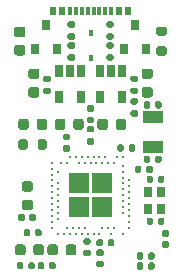
<source format=gtp>
%TF.GenerationSoftware,KiCad,Pcbnew,(5.1.9)-1*%
%TF.CreationDate,2021-01-04T01:20:58+08:00*%
%TF.ProjectId,akami,616b616d-692e-46b6-9963-61645f706362,rev?*%
%TF.SameCoordinates,Original*%
%TF.FileFunction,Paste,Top*%
%TF.FilePolarity,Positive*%
%FSLAX46Y46*%
G04 Gerber Fmt 4.6, Leading zero omitted, Abs format (unit mm)*
G04 Created by KiCad (PCBNEW (5.1.9)-1) date 2021-01-04 01:20:58*
%MOMM*%
%LPD*%
G01*
G04 APERTURE LIST*
%ADD10R,0.650000X1.060000*%
%ADD11R,0.800000X0.900000*%
%ADD12R,1.800000X1.000000*%
%ADD13R,0.300000X0.800000*%
%ADD14R,0.540000X0.800000*%
%ADD15R,1.700000X1.700000*%
%ADD16C,0.250000*%
%ADD17R,0.450000X0.600000*%
G04 APERTURE END LIST*
D10*
%TO.C,U2*%
X2700000Y5500000D03*
X1750000Y5500000D03*
X800000Y5500000D03*
X800000Y3300000D03*
X2700000Y3300000D03*
%TD*%
%TO.C,U3*%
X-800000Y5500000D03*
X-1750000Y5500000D03*
X-2700000Y5500000D03*
X-2700000Y3300000D03*
X-800000Y3300000D03*
%TD*%
D11*
%TO.C,Q1*%
X2800000Y7400000D03*
X4700000Y7400000D03*
X3750000Y9400000D03*
%TD*%
%TO.C,Q2*%
X-4700000Y7400000D03*
X-2800000Y7400000D03*
X-3750000Y9400000D03*
%TD*%
D12*
%TO.C,Y2*%
X5250000Y1600000D03*
X5250000Y-900000D03*
%TD*%
%TO.C,R2*%
G36*
G01*
X-6125000Y-975000D02*
X-6125000Y-425000D01*
G75*
G02*
X-5925000Y-225000I200000J0D01*
G01*
X-5525000Y-225000D01*
G75*
G02*
X-5325000Y-425000I0J-200000D01*
G01*
X-5325000Y-975000D01*
G75*
G02*
X-5525000Y-1175000I-200000J0D01*
G01*
X-5925000Y-1175000D01*
G75*
G02*
X-6125000Y-975000I0J200000D01*
G01*
G37*
G36*
G01*
X-4475000Y-975000D02*
X-4475000Y-425000D01*
G75*
G02*
X-4275000Y-225000I200000J0D01*
G01*
X-3875000Y-225000D01*
G75*
G02*
X-3675000Y-425000I0J-200000D01*
G01*
X-3675000Y-975000D01*
G75*
G02*
X-3875000Y-1175000I-200000J0D01*
G01*
X-4275000Y-1175000D01*
G75*
G02*
X-4475000Y-975000I0J200000D01*
G01*
G37*
%TD*%
%TO.C,R11*%
G36*
G01*
X5725000Y9275000D02*
X6275000Y9275000D01*
G75*
G02*
X6475000Y9075000I0J-200000D01*
G01*
X6475000Y8675000D01*
G75*
G02*
X6275000Y8475000I-200000J0D01*
G01*
X5725000Y8475000D01*
G75*
G02*
X5525000Y8675000I0J200000D01*
G01*
X5525000Y9075000D01*
G75*
G02*
X5725000Y9275000I200000J0D01*
G01*
G37*
G36*
G01*
X5725000Y7625000D02*
X6275000Y7625000D01*
G75*
G02*
X6475000Y7425000I0J-200000D01*
G01*
X6475000Y7025000D01*
G75*
G02*
X6275000Y6825000I-200000J0D01*
G01*
X5725000Y6825000D01*
G75*
G02*
X5525000Y7025000I0J200000D01*
G01*
X5525000Y7425000D01*
G75*
G02*
X5725000Y7625000I200000J0D01*
G01*
G37*
%TD*%
%TO.C,C16*%
G36*
G01*
X-3950000Y-9375000D02*
X-3950000Y-9875000D01*
G75*
G02*
X-4175000Y-10100000I-225000J0D01*
G01*
X-4625000Y-10100000D01*
G75*
G02*
X-4850000Y-9875000I0J225000D01*
G01*
X-4850000Y-9375000D01*
G75*
G02*
X-4625000Y-9150000I225000J0D01*
G01*
X-4175000Y-9150000D01*
G75*
G02*
X-3950000Y-9375000I0J-225000D01*
G01*
G37*
G36*
G01*
X-5500000Y-9375000D02*
X-5500000Y-9875000D01*
G75*
G02*
X-5725000Y-10100000I-225000J0D01*
G01*
X-6175000Y-10100000D01*
G75*
G02*
X-6400000Y-9875000I0J225000D01*
G01*
X-6400000Y-9375000D01*
G75*
G02*
X-6175000Y-9150000I225000J0D01*
G01*
X-5725000Y-9150000D01*
G75*
G02*
X-5500000Y-9375000I0J-225000D01*
G01*
G37*
%TD*%
%TO.C,C22*%
G36*
G01*
X3910000Y-10320000D02*
X3910000Y-9980000D01*
G75*
G02*
X4050000Y-9840000I140000J0D01*
G01*
X4330000Y-9840000D01*
G75*
G02*
X4470000Y-9980000I0J-140000D01*
G01*
X4470000Y-10320000D01*
G75*
G02*
X4330000Y-10460000I-140000J0D01*
G01*
X4050000Y-10460000D01*
G75*
G02*
X3910000Y-10320000I0J140000D01*
G01*
G37*
G36*
G01*
X4870000Y-10320000D02*
X4870000Y-9980000D01*
G75*
G02*
X5010000Y-9840000I140000J0D01*
G01*
X5290000Y-9840000D01*
G75*
G02*
X5430000Y-9980000I0J-140000D01*
G01*
X5430000Y-10320000D01*
G75*
G02*
X5290000Y-10460000I-140000J0D01*
G01*
X5010000Y-10460000D01*
G75*
G02*
X4870000Y-10320000I0J140000D01*
G01*
G37*
%TD*%
%TO.C,R4*%
G36*
G01*
X-185000Y855000D02*
X185000Y855000D01*
G75*
G02*
X320000Y720000I0J-135000D01*
G01*
X320000Y450000D01*
G75*
G02*
X185000Y315000I-135000J0D01*
G01*
X-185000Y315000D01*
G75*
G02*
X-320000Y450000I0J135000D01*
G01*
X-320000Y720000D01*
G75*
G02*
X-185000Y855000I135000J0D01*
G01*
G37*
G36*
G01*
X-185000Y-165000D02*
X185000Y-165000D01*
G75*
G02*
X320000Y-300000I0J-135000D01*
G01*
X320000Y-570000D01*
G75*
G02*
X185000Y-705000I-135000J0D01*
G01*
X-185000Y-705000D01*
G75*
G02*
X-320000Y-570000I0J135000D01*
G01*
X-320000Y-300000D01*
G75*
G02*
X-185000Y-165000I135000J0D01*
G01*
G37*
%TD*%
%TO.C,R3*%
G36*
G01*
X1455000Y7950000D02*
X1825000Y7950000D01*
G75*
G02*
X1960000Y7815000I0J-135000D01*
G01*
X1960000Y7545000D01*
G75*
G02*
X1825000Y7410000I-135000J0D01*
G01*
X1455000Y7410000D01*
G75*
G02*
X1320000Y7545000I0J135000D01*
G01*
X1320000Y7815000D01*
G75*
G02*
X1455000Y7950000I135000J0D01*
G01*
G37*
G36*
G01*
X1455000Y6930000D02*
X1825000Y6930000D01*
G75*
G02*
X1960000Y6795000I0J-135000D01*
G01*
X1960000Y6525000D01*
G75*
G02*
X1825000Y6390000I-135000J0D01*
G01*
X1455000Y6390000D01*
G75*
G02*
X1320000Y6525000I0J135000D01*
G01*
X1320000Y6795000D01*
G75*
G02*
X1455000Y6930000I135000J0D01*
G01*
G37*
%TD*%
%TO.C,R10*%
G36*
G01*
X-1825000Y9730000D02*
X-1455000Y9730000D01*
G75*
G02*
X-1320000Y9595000I0J-135000D01*
G01*
X-1320000Y9325000D01*
G75*
G02*
X-1455000Y9190000I-135000J0D01*
G01*
X-1825000Y9190000D01*
G75*
G02*
X-1960000Y9325000I0J135000D01*
G01*
X-1960000Y9595000D01*
G75*
G02*
X-1825000Y9730000I135000J0D01*
G01*
G37*
G36*
G01*
X-1825000Y8710000D02*
X-1455000Y8710000D01*
G75*
G02*
X-1320000Y8575000I0J-135000D01*
G01*
X-1320000Y8305000D01*
G75*
G02*
X-1455000Y8170000I-135000J0D01*
G01*
X-1825000Y8170000D01*
G75*
G02*
X-1960000Y8305000I0J135000D01*
G01*
X-1960000Y8575000D01*
G75*
G02*
X-1825000Y8710000I135000J0D01*
G01*
G37*
%TD*%
D11*
%TO.C,Y1*%
X5950000Y-6125000D03*
X5950000Y-4725000D03*
X4850000Y-4725000D03*
X4850000Y-6125000D03*
%TD*%
D13*
%TO.C,J1*%
X-1749700Y10573200D03*
X1250300Y10573200D03*
X250300Y10573200D03*
X-249700Y10573200D03*
X750300Y10573200D03*
X-749700Y10573200D03*
D14*
X-2399700Y10573200D03*
X2400300Y10573200D03*
X3200300Y10573200D03*
X-3199700Y10573200D03*
D13*
X-1249700Y10573200D03*
X1758300Y10573200D03*
%TD*%
D15*
%TO.C,U1*%
X-1000000Y-6000000D03*
X-1000000Y-4000000D03*
X1000000Y-6000000D03*
X1000000Y-4000000D03*
D16*
X2750000Y-8250000D03*
X2000000Y-7750000D03*
X3250000Y-3750000D03*
X2750000Y-2500000D03*
X-2750000Y-7000000D03*
X-3250000Y-7750000D03*
X-3250000Y-2250000D03*
X-2500000Y-2250000D03*
X-2000000Y-2250000D03*
X-1750000Y-1750000D03*
X-1250000Y-1750000D03*
X-750000Y-1750000D03*
X-250000Y-1750000D03*
X250000Y-1750000D03*
X750000Y-1750000D03*
X1250000Y-1750000D03*
X-1000000Y-2250000D03*
X-500000Y-2250000D03*
X0Y-2250000D03*
X500000Y-2250000D03*
X1000000Y-2250000D03*
X1500000Y-2250000D03*
X2250000Y-1750000D03*
X2000000Y-2250000D03*
X2750000Y-1750000D03*
X-3250000Y-2750000D03*
X-3250000Y-3250000D03*
X-3250000Y-3750000D03*
X-3250000Y-4250000D03*
X-3250000Y-4750000D03*
X-3250000Y-5250000D03*
X-3250000Y-5750000D03*
X-3250000Y-6250000D03*
X-3250000Y-6750000D03*
X-3250000Y-7250000D03*
X-2750000Y-6500000D03*
X-2750000Y-6000000D03*
X-2750000Y-5500000D03*
X-2750000Y-5000000D03*
X-2750000Y-4500000D03*
X-2750000Y-4000000D03*
X-2750000Y-3000000D03*
X2750000Y-3000000D03*
X2750000Y-3500000D03*
X2750000Y-4000000D03*
X2750000Y-4500000D03*
X2750000Y-5000000D03*
X2750000Y-5500000D03*
X2750000Y-6000000D03*
X2750000Y-6500000D03*
X3250000Y-4250000D03*
X3250000Y-4750000D03*
X3250000Y-5250000D03*
X3250000Y-5750000D03*
X3250000Y-6250000D03*
X3250000Y-6750000D03*
X3250000Y-7250000D03*
X3250000Y-7750000D03*
X1500000Y-7750000D03*
X1000000Y-7750000D03*
X-500000Y-7750000D03*
X-1000000Y-7750000D03*
X-1500000Y-7750000D03*
X-2000000Y-7750000D03*
X1750000Y-8250000D03*
X750000Y-8250000D03*
X250000Y-8250000D03*
X-250000Y-8250000D03*
X-750000Y-8250000D03*
X-1250000Y-8250000D03*
X-1750000Y-8250000D03*
X-2250000Y-8250000D03*
X-2750000Y-8250000D03*
%TD*%
%TO.C,R9*%
G36*
G01*
X1455000Y9730000D02*
X1825000Y9730000D01*
G75*
G02*
X1960000Y9595000I0J-135000D01*
G01*
X1960000Y9325000D01*
G75*
G02*
X1825000Y9190000I-135000J0D01*
G01*
X1455000Y9190000D01*
G75*
G02*
X1320000Y9325000I0J135000D01*
G01*
X1320000Y9595000D01*
G75*
G02*
X1455000Y9730000I135000J0D01*
G01*
G37*
G36*
G01*
X1455000Y8710000D02*
X1825000Y8710000D01*
G75*
G02*
X1960000Y8575000I0J-135000D01*
G01*
X1960000Y8305000D01*
G75*
G02*
X1825000Y8170000I-135000J0D01*
G01*
X1455000Y8170000D01*
G75*
G02*
X1320000Y8305000I0J135000D01*
G01*
X1320000Y8575000D01*
G75*
G02*
X1455000Y8710000I135000J0D01*
G01*
G37*
%TD*%
%TO.C,R8*%
G36*
G01*
X3515000Y5130000D02*
X3885000Y5130000D01*
G75*
G02*
X4020000Y4995000I0J-135000D01*
G01*
X4020000Y4725000D01*
G75*
G02*
X3885000Y4590000I-135000J0D01*
G01*
X3515000Y4590000D01*
G75*
G02*
X3380000Y4725000I0J135000D01*
G01*
X3380000Y4995000D01*
G75*
G02*
X3515000Y5130000I135000J0D01*
G01*
G37*
G36*
G01*
X3515000Y4110000D02*
X3885000Y4110000D01*
G75*
G02*
X4020000Y3975000I0J-135000D01*
G01*
X4020000Y3705000D01*
G75*
G02*
X3885000Y3570000I-135000J0D01*
G01*
X3515000Y3570000D01*
G75*
G02*
X3380000Y3705000I0J135000D01*
G01*
X3380000Y3975000D01*
G75*
G02*
X3515000Y4110000I135000J0D01*
G01*
G37*
%TD*%
%TO.C,R7*%
G36*
G01*
X3885000Y1660000D02*
X3515000Y1660000D01*
G75*
G02*
X3380000Y1795000I0J135000D01*
G01*
X3380000Y2065000D01*
G75*
G02*
X3515000Y2200000I135000J0D01*
G01*
X3885000Y2200000D01*
G75*
G02*
X4020000Y2065000I0J-135000D01*
G01*
X4020000Y1795000D01*
G75*
G02*
X3885000Y1660000I-135000J0D01*
G01*
G37*
G36*
G01*
X3885000Y2680000D02*
X3515000Y2680000D01*
G75*
G02*
X3380000Y2815000I0J135000D01*
G01*
X3380000Y3085000D01*
G75*
G02*
X3515000Y3220000I135000J0D01*
G01*
X3885000Y3220000D01*
G75*
G02*
X4020000Y3085000I0J-135000D01*
G01*
X4020000Y2815000D01*
G75*
G02*
X3885000Y2680000I-135000J0D01*
G01*
G37*
%TD*%
%TO.C,R6*%
G36*
G01*
X-1825000Y7950000D02*
X-1455000Y7950000D01*
G75*
G02*
X-1320000Y7815000I0J-135000D01*
G01*
X-1320000Y7545000D01*
G75*
G02*
X-1455000Y7410000I-135000J0D01*
G01*
X-1825000Y7410000D01*
G75*
G02*
X-1960000Y7545000I0J135000D01*
G01*
X-1960000Y7815000D01*
G75*
G02*
X-1825000Y7950000I135000J0D01*
G01*
G37*
G36*
G01*
X-1825000Y6930000D02*
X-1455000Y6930000D01*
G75*
G02*
X-1320000Y6795000I0J-135000D01*
G01*
X-1320000Y6525000D01*
G75*
G02*
X-1455000Y6390000I-135000J0D01*
G01*
X-1825000Y6390000D01*
G75*
G02*
X-1960000Y6525000I0J135000D01*
G01*
X-1960000Y6795000D01*
G75*
G02*
X-1825000Y6930000I135000J0D01*
G01*
G37*
%TD*%
%TO.C,R5*%
G36*
G01*
X-3885000Y5130000D02*
X-3515000Y5130000D01*
G75*
G02*
X-3380000Y4995000I0J-135000D01*
G01*
X-3380000Y4725000D01*
G75*
G02*
X-3515000Y4590000I-135000J0D01*
G01*
X-3885000Y4590000D01*
G75*
G02*
X-4020000Y4725000I0J135000D01*
G01*
X-4020000Y4995000D01*
G75*
G02*
X-3885000Y5130000I135000J0D01*
G01*
G37*
G36*
G01*
X-3885000Y4110000D02*
X-3515000Y4110000D01*
G75*
G02*
X-3380000Y3975000I0J-135000D01*
G01*
X-3380000Y3705000D01*
G75*
G02*
X-3515000Y3570000I-135000J0D01*
G01*
X-3885000Y3570000D01*
G75*
G02*
X-4020000Y3705000I0J135000D01*
G01*
X-4020000Y3975000D01*
G75*
G02*
X-3885000Y4110000I135000J0D01*
G01*
G37*
%TD*%
%TO.C,L3*%
G36*
G01*
X-5093750Y-6262500D02*
X-5606250Y-6262500D01*
G75*
G02*
X-5825000Y-6043750I0J218750D01*
G01*
X-5825000Y-5606250D01*
G75*
G02*
X-5606250Y-5387500I218750J0D01*
G01*
X-5093750Y-5387500D01*
G75*
G02*
X-4875000Y-5606250I0J-218750D01*
G01*
X-4875000Y-6043750D01*
G75*
G02*
X-5093750Y-6262500I-218750J0D01*
G01*
G37*
G36*
G01*
X-5093750Y-4687500D02*
X-5606250Y-4687500D01*
G75*
G02*
X-5825000Y-4468750I0J218750D01*
G01*
X-5825000Y-4031250D01*
G75*
G02*
X-5606250Y-3812500I218750J0D01*
G01*
X-5093750Y-3812500D01*
G75*
G02*
X-4875000Y-4031250I0J-218750D01*
G01*
X-4875000Y-4468750D01*
G75*
G02*
X-5093750Y-4687500I-218750J0D01*
G01*
G37*
%TD*%
%TO.C,L2*%
G36*
G01*
X-4605000Y-6702500D02*
X-4605000Y-7047500D01*
G75*
G02*
X-4752500Y-7195000I-147500J0D01*
G01*
X-5047500Y-7195000D01*
G75*
G02*
X-5195000Y-7047500I0J147500D01*
G01*
X-5195000Y-6702500D01*
G75*
G02*
X-5047500Y-6555000I147500J0D01*
G01*
X-4752500Y-6555000D01*
G75*
G02*
X-4605000Y-6702500I0J-147500D01*
G01*
G37*
G36*
G01*
X-5575000Y-6702500D02*
X-5575000Y-7047500D01*
G75*
G02*
X-5722500Y-7195000I-147500J0D01*
G01*
X-6017500Y-7195000D01*
G75*
G02*
X-6165000Y-7047500I0J147500D01*
G01*
X-6165000Y-6702500D01*
G75*
G02*
X-6017500Y-6555000I147500J0D01*
G01*
X-5722500Y-6555000D01*
G75*
G02*
X-5575000Y-6702500I0J-147500D01*
G01*
G37*
%TD*%
%TO.C,L1*%
G36*
G01*
X972500Y-11115000D02*
X627500Y-11115000D01*
G75*
G02*
X480000Y-10967500I0J147500D01*
G01*
X480000Y-10672500D01*
G75*
G02*
X627500Y-10525000I147500J0D01*
G01*
X972500Y-10525000D01*
G75*
G02*
X1120000Y-10672500I0J-147500D01*
G01*
X1120000Y-10967500D01*
G75*
G02*
X972500Y-11115000I-147500J0D01*
G01*
G37*
G36*
G01*
X972500Y-10145000D02*
X627500Y-10145000D01*
G75*
G02*
X480000Y-9997500I0J147500D01*
G01*
X480000Y-9702500D01*
G75*
G02*
X627500Y-9555000I147500J0D01*
G01*
X972500Y-9555000D01*
G75*
G02*
X1120000Y-9702500I0J-147500D01*
G01*
X1120000Y-9997500D01*
G75*
G02*
X972500Y-10145000I-147500J0D01*
G01*
G37*
%TD*%
%TO.C,D3*%
G36*
G01*
X5056250Y3275000D02*
X4543750Y3275000D01*
G75*
G02*
X4325000Y3493750I0J218750D01*
G01*
X4325000Y3931250D01*
G75*
G02*
X4543750Y4150000I218750J0D01*
G01*
X5056250Y4150000D01*
G75*
G02*
X5275000Y3931250I0J-218750D01*
G01*
X5275000Y3493750D01*
G75*
G02*
X5056250Y3275000I-218750J0D01*
G01*
G37*
G36*
G01*
X5056250Y4850000D02*
X4543750Y4850000D01*
G75*
G02*
X4325000Y5068750I0J218750D01*
G01*
X4325000Y5506250D01*
G75*
G02*
X4543750Y5725000I218750J0D01*
G01*
X5056250Y5725000D01*
G75*
G02*
X5275000Y5506250I0J-218750D01*
G01*
X5275000Y5068750D01*
G75*
G02*
X5056250Y4850000I-218750J0D01*
G01*
G37*
%TD*%
D17*
%TO.C,D2*%
X0Y8750000D03*
X0Y6650000D03*
%TD*%
%TO.C,D1*%
G36*
G01*
X-4543750Y3275000D02*
X-5056250Y3275000D01*
G75*
G02*
X-5275000Y3493750I0J218750D01*
G01*
X-5275000Y3931250D01*
G75*
G02*
X-5056250Y4150000I218750J0D01*
G01*
X-4543750Y4150000D01*
G75*
G02*
X-4325000Y3931250I0J-218750D01*
G01*
X-4325000Y3493750D01*
G75*
G02*
X-4543750Y3275000I-218750J0D01*
G01*
G37*
G36*
G01*
X-4543750Y4850000D02*
X-5056250Y4850000D01*
G75*
G02*
X-5275000Y5068750I0J218750D01*
G01*
X-5275000Y5506250D01*
G75*
G02*
X-5056250Y5725000I218750J0D01*
G01*
X-4543750Y5725000D01*
G75*
G02*
X-4325000Y5506250I0J-218750D01*
G01*
X-4325000Y5068750D01*
G75*
G02*
X-4543750Y4850000I-218750J0D01*
G01*
G37*
%TD*%
%TO.C,C21*%
G36*
G01*
X-3675000Y1250000D02*
X-3675000Y750000D01*
G75*
G02*
X-3900000Y525000I-225000J0D01*
G01*
X-4350000Y525000D01*
G75*
G02*
X-4575000Y750000I0J225000D01*
G01*
X-4575000Y1250000D01*
G75*
G02*
X-4350000Y1475000I225000J0D01*
G01*
X-3900000Y1475000D01*
G75*
G02*
X-3675000Y1250000I0J-225000D01*
G01*
G37*
G36*
G01*
X-5225000Y1250000D02*
X-5225000Y750000D01*
G75*
G02*
X-5450000Y525000I-225000J0D01*
G01*
X-5900000Y525000D01*
G75*
G02*
X-6125000Y750000I0J225000D01*
G01*
X-6125000Y1250000D01*
G75*
G02*
X-5900000Y1475000I225000J0D01*
G01*
X-5450000Y1475000D01*
G75*
G02*
X-5225000Y1250000I0J-225000D01*
G01*
G37*
%TD*%
%TO.C,C20*%
G36*
G01*
X2125000Y750000D02*
X2125000Y1250000D01*
G75*
G02*
X2350000Y1475000I225000J0D01*
G01*
X2800000Y1475000D01*
G75*
G02*
X3025000Y1250000I0J-225000D01*
G01*
X3025000Y750000D01*
G75*
G02*
X2800000Y525000I-225000J0D01*
G01*
X2350000Y525000D01*
G75*
G02*
X2125000Y750000I0J225000D01*
G01*
G37*
G36*
G01*
X575000Y750000D02*
X575000Y1250000D01*
G75*
G02*
X800000Y1475000I225000J0D01*
G01*
X1250000Y1475000D01*
G75*
G02*
X1475000Y1250000I0J-225000D01*
G01*
X1475000Y750000D01*
G75*
G02*
X1250000Y525000I-225000J0D01*
G01*
X800000Y525000D01*
G75*
G02*
X575000Y750000I0J225000D01*
G01*
G37*
%TD*%
%TO.C,C19*%
G36*
G01*
X-170000Y2610000D02*
X170000Y2610000D01*
G75*
G02*
X310000Y2470000I0J-140000D01*
G01*
X310000Y2190000D01*
G75*
G02*
X170000Y2050000I-140000J0D01*
G01*
X-170000Y2050000D01*
G75*
G02*
X-310000Y2190000I0J140000D01*
G01*
X-310000Y2470000D01*
G75*
G02*
X-170000Y2610000I140000J0D01*
G01*
G37*
G36*
G01*
X-170000Y1650000D02*
X170000Y1650000D01*
G75*
G02*
X310000Y1510000I0J-140000D01*
G01*
X310000Y1230000D01*
G75*
G02*
X170000Y1090000I-140000J0D01*
G01*
X-170000Y1090000D01*
G75*
G02*
X-310000Y1230000I0J140000D01*
G01*
X-310000Y1510000D01*
G75*
G02*
X-170000Y1650000I140000J0D01*
G01*
G37*
%TD*%
%TO.C,C18*%
G36*
G01*
X5055000Y2820000D02*
X5055000Y2480000D01*
G75*
G02*
X4915000Y2340000I-140000J0D01*
G01*
X4635000Y2340000D01*
G75*
G02*
X4495000Y2480000I0J140000D01*
G01*
X4495000Y2820000D01*
G75*
G02*
X4635000Y2960000I140000J0D01*
G01*
X4915000Y2960000D01*
G75*
G02*
X5055000Y2820000I0J-140000D01*
G01*
G37*
G36*
G01*
X6015000Y2820000D02*
X6015000Y2480000D01*
G75*
G02*
X5875000Y2340000I-140000J0D01*
G01*
X5595000Y2340000D01*
G75*
G02*
X5455000Y2480000I0J140000D01*
G01*
X5455000Y2820000D01*
G75*
G02*
X5595000Y2960000I140000J0D01*
G01*
X5875000Y2960000D01*
G75*
G02*
X6015000Y2820000I0J-140000D01*
G01*
G37*
%TD*%
%TO.C,C17*%
G36*
G01*
X6010000Y-1780000D02*
X6010000Y-2120000D01*
G75*
G02*
X5870000Y-2260000I-140000J0D01*
G01*
X5590000Y-2260000D01*
G75*
G02*
X5450000Y-2120000I0J140000D01*
G01*
X5450000Y-1780000D01*
G75*
G02*
X5590000Y-1640000I140000J0D01*
G01*
X5870000Y-1640000D01*
G75*
G02*
X6010000Y-1780000I0J-140000D01*
G01*
G37*
G36*
G01*
X5050000Y-1780000D02*
X5050000Y-2120000D01*
G75*
G02*
X4910000Y-2260000I-140000J0D01*
G01*
X4630000Y-2260000D01*
G75*
G02*
X4490000Y-2120000I0J140000D01*
G01*
X4490000Y-1780000D01*
G75*
G02*
X4630000Y-1640000I140000J0D01*
G01*
X4910000Y-1640000D01*
G75*
G02*
X5050000Y-1780000I0J-140000D01*
G01*
G37*
%TD*%
%TO.C,C15*%
G36*
G01*
X-4720000Y-10805000D02*
X-4720000Y-11145000D01*
G75*
G02*
X-4860000Y-11285000I-140000J0D01*
G01*
X-5140000Y-11285000D01*
G75*
G02*
X-5280000Y-11145000I0J140000D01*
G01*
X-5280000Y-10805000D01*
G75*
G02*
X-5140000Y-10665000I140000J0D01*
G01*
X-4860000Y-10665000D01*
G75*
G02*
X-4720000Y-10805000I0J-140000D01*
G01*
G37*
G36*
G01*
X-5680000Y-10805000D02*
X-5680000Y-11145000D01*
G75*
G02*
X-5820000Y-11285000I-140000J0D01*
G01*
X-6100000Y-11285000D01*
G75*
G02*
X-6240000Y-11145000I0J140000D01*
G01*
X-6240000Y-10805000D01*
G75*
G02*
X-6100000Y-10665000I140000J0D01*
G01*
X-5820000Y-10665000D01*
G75*
G02*
X-5680000Y-10805000I0J-140000D01*
G01*
G37*
%TD*%
%TO.C,C14*%
G36*
G01*
X-6250000Y9275000D02*
X-5750000Y9275000D01*
G75*
G02*
X-5525000Y9050000I0J-225000D01*
G01*
X-5525000Y8600000D01*
G75*
G02*
X-5750000Y8375000I-225000J0D01*
G01*
X-6250000Y8375000D01*
G75*
G02*
X-6475000Y8600000I0J225000D01*
G01*
X-6475000Y9050000D01*
G75*
G02*
X-6250000Y9275000I225000J0D01*
G01*
G37*
G36*
G01*
X-6250000Y7725000D02*
X-5750000Y7725000D01*
G75*
G02*
X-5525000Y7500000I0J-225000D01*
G01*
X-5525000Y7050000D01*
G75*
G02*
X-5750000Y6825000I-225000J0D01*
G01*
X-6250000Y6825000D01*
G75*
G02*
X-6475000Y7050000I0J225000D01*
G01*
X-6475000Y7500000D01*
G75*
G02*
X-6250000Y7725000I225000J0D01*
G01*
G37*
%TD*%
%TO.C,C13*%
G36*
G01*
X-3025000Y750000D02*
X-3025000Y1250000D01*
G75*
G02*
X-2800000Y1475000I225000J0D01*
G01*
X-2350000Y1475000D01*
G75*
G02*
X-2125000Y1250000I0J-225000D01*
G01*
X-2125000Y750000D01*
G75*
G02*
X-2350000Y525000I-225000J0D01*
G01*
X-2800000Y525000D01*
G75*
G02*
X-3025000Y750000I0J225000D01*
G01*
G37*
G36*
G01*
X-1475000Y750000D02*
X-1475000Y1250000D01*
G75*
G02*
X-1250000Y1475000I225000J0D01*
G01*
X-800000Y1475000D01*
G75*
G02*
X-575000Y1250000I0J-225000D01*
G01*
X-575000Y750000D01*
G75*
G02*
X-800000Y525000I-225000J0D01*
G01*
X-1250000Y525000D01*
G75*
G02*
X-1475000Y750000I0J225000D01*
G01*
G37*
%TD*%
%TO.C,C12*%
G36*
G01*
X-470000Y-8640000D02*
X-130000Y-8640000D01*
G75*
G02*
X10000Y-8780000I0J-140000D01*
G01*
X10000Y-9060000D01*
G75*
G02*
X-130000Y-9200000I-140000J0D01*
G01*
X-470000Y-9200000D01*
G75*
G02*
X-610000Y-9060000I0J140000D01*
G01*
X-610000Y-8780000D01*
G75*
G02*
X-470000Y-8640000I140000J0D01*
G01*
G37*
G36*
G01*
X-470000Y-9600000D02*
X-130000Y-9600000D01*
G75*
G02*
X10000Y-9740000I0J-140000D01*
G01*
X10000Y-10020000D01*
G75*
G02*
X-130000Y-10160000I-140000J0D01*
G01*
X-470000Y-10160000D01*
G75*
G02*
X-610000Y-10020000I0J140000D01*
G01*
X-610000Y-9740000D01*
G75*
G02*
X-470000Y-9600000I140000J0D01*
G01*
G37*
%TD*%
%TO.C,C11*%
G36*
G01*
X6170000Y-8910000D02*
X6510000Y-8910000D01*
G75*
G02*
X6650000Y-9050000I0J-140000D01*
G01*
X6650000Y-9330000D01*
G75*
G02*
X6510000Y-9470000I-140000J0D01*
G01*
X6170000Y-9470000D01*
G75*
G02*
X6030000Y-9330000I0J140000D01*
G01*
X6030000Y-9050000D01*
G75*
G02*
X6170000Y-8910000I140000J0D01*
G01*
G37*
G36*
G01*
X6170000Y-7950000D02*
X6510000Y-7950000D01*
G75*
G02*
X6650000Y-8090000I0J-140000D01*
G01*
X6650000Y-8370000D01*
G75*
G02*
X6510000Y-8510000I-140000J0D01*
G01*
X6170000Y-8510000D01*
G75*
G02*
X6030000Y-8370000I0J140000D01*
G01*
X6030000Y-8090000D01*
G75*
G02*
X6170000Y-7950000I140000J0D01*
G01*
G37*
%TD*%
%TO.C,C10*%
G36*
G01*
X2260000Y-1170000D02*
X2260000Y-830000D01*
G75*
G02*
X2400000Y-690000I140000J0D01*
G01*
X2680000Y-690000D01*
G75*
G02*
X2820000Y-830000I0J-140000D01*
G01*
X2820000Y-1170000D01*
G75*
G02*
X2680000Y-1310000I-140000J0D01*
G01*
X2400000Y-1310000D01*
G75*
G02*
X2260000Y-1170000I0J140000D01*
G01*
G37*
G36*
G01*
X3220000Y-1170000D02*
X3220000Y-830000D01*
G75*
G02*
X3360000Y-690000I140000J0D01*
G01*
X3640000Y-690000D01*
G75*
G02*
X3780000Y-830000I0J-140000D01*
G01*
X3780000Y-1170000D01*
G75*
G02*
X3640000Y-1310000I-140000J0D01*
G01*
X3360000Y-1310000D01*
G75*
G02*
X3220000Y-1170000I0J140000D01*
G01*
G37*
%TD*%
%TO.C,C9*%
G36*
G01*
X2010000Y-8850000D02*
X2010000Y-9190000D01*
G75*
G02*
X1870000Y-9330000I-140000J0D01*
G01*
X1590000Y-9330000D01*
G75*
G02*
X1450000Y-9190000I0J140000D01*
G01*
X1450000Y-8850000D01*
G75*
G02*
X1590000Y-8710000I140000J0D01*
G01*
X1870000Y-8710000D01*
G75*
G02*
X2010000Y-8850000I0J-140000D01*
G01*
G37*
G36*
G01*
X1050000Y-8850000D02*
X1050000Y-9190000D01*
G75*
G02*
X910000Y-9330000I-140000J0D01*
G01*
X630000Y-9330000D01*
G75*
G02*
X490000Y-9190000I0J140000D01*
G01*
X490000Y-8850000D01*
G75*
G02*
X630000Y-8710000I140000J0D01*
G01*
X910000Y-8710000D01*
G75*
G02*
X1050000Y-8850000I0J-140000D01*
G01*
G37*
%TD*%
%TO.C,C8*%
G36*
G01*
X-4465000Y-11145000D02*
X-4465000Y-10805000D01*
G75*
G02*
X-4325000Y-10665000I140000J0D01*
G01*
X-4045000Y-10665000D01*
G75*
G02*
X-3905000Y-10805000I0J-140000D01*
G01*
X-3905000Y-11145000D01*
G75*
G02*
X-4045000Y-11285000I-140000J0D01*
G01*
X-4325000Y-11285000D01*
G75*
G02*
X-4465000Y-11145000I0J140000D01*
G01*
G37*
G36*
G01*
X-3505000Y-11145000D02*
X-3505000Y-10805000D01*
G75*
G02*
X-3365000Y-10665000I140000J0D01*
G01*
X-3085000Y-10665000D01*
G75*
G02*
X-2945000Y-10805000I0J-140000D01*
G01*
X-2945000Y-11145000D01*
G75*
G02*
X-3085000Y-11285000I-140000J0D01*
G01*
X-3365000Y-11285000D01*
G75*
G02*
X-3505000Y-11145000I0J140000D01*
G01*
G37*
%TD*%
%TO.C,C7*%
G36*
G01*
X4740000Y-3820000D02*
X4740000Y-3480000D01*
G75*
G02*
X4880000Y-3340000I140000J0D01*
G01*
X5160000Y-3340000D01*
G75*
G02*
X5300000Y-3480000I0J-140000D01*
G01*
X5300000Y-3820000D01*
G75*
G02*
X5160000Y-3960000I-140000J0D01*
G01*
X4880000Y-3960000D01*
G75*
G02*
X4740000Y-3820000I0J140000D01*
G01*
G37*
G36*
G01*
X5700000Y-3820000D02*
X5700000Y-3480000D01*
G75*
G02*
X5840000Y-3340000I140000J0D01*
G01*
X6120000Y-3340000D01*
G75*
G02*
X6260000Y-3480000I0J-140000D01*
G01*
X6260000Y-3820000D01*
G75*
G02*
X6120000Y-3960000I-140000J0D01*
G01*
X5840000Y-3960000D01*
G75*
G02*
X5700000Y-3820000I0J140000D01*
G01*
G37*
%TD*%
%TO.C,C6*%
G36*
G01*
X6260000Y-7030000D02*
X6260000Y-7370000D01*
G75*
G02*
X6120000Y-7510000I-140000J0D01*
G01*
X5840000Y-7510000D01*
G75*
G02*
X5700000Y-7370000I0J140000D01*
G01*
X5700000Y-7030000D01*
G75*
G02*
X5840000Y-6890000I140000J0D01*
G01*
X6120000Y-6890000D01*
G75*
G02*
X6260000Y-7030000I0J-140000D01*
G01*
G37*
G36*
G01*
X5300000Y-7030000D02*
X5300000Y-7370000D01*
G75*
G02*
X5160000Y-7510000I-140000J0D01*
G01*
X4880000Y-7510000D01*
G75*
G02*
X4740000Y-7370000I0J140000D01*
G01*
X4740000Y-7030000D01*
G75*
G02*
X4880000Y-6890000I140000J0D01*
G01*
X5160000Y-6890000D01*
G75*
G02*
X5300000Y-7030000I0J-140000D01*
G01*
G37*
%TD*%
%TO.C,C5*%
G36*
G01*
X3910000Y-11170000D02*
X3910000Y-10830000D01*
G75*
G02*
X4050000Y-10690000I140000J0D01*
G01*
X4330000Y-10690000D01*
G75*
G02*
X4470000Y-10830000I0J-140000D01*
G01*
X4470000Y-11170000D01*
G75*
G02*
X4330000Y-11310000I-140000J0D01*
G01*
X4050000Y-11310000D01*
G75*
G02*
X3910000Y-11170000I0J140000D01*
G01*
G37*
G36*
G01*
X4870000Y-11170000D02*
X4870000Y-10830000D01*
G75*
G02*
X5010000Y-10690000I140000J0D01*
G01*
X5290000Y-10690000D01*
G75*
G02*
X5430000Y-10830000I0J-140000D01*
G01*
X5430000Y-11170000D01*
G75*
G02*
X5290000Y-11310000I-140000J0D01*
G01*
X5010000Y-11310000D01*
G75*
G02*
X4870000Y-11170000I0J140000D01*
G01*
G37*
%TD*%
%TO.C,C4*%
G36*
G01*
X5265000Y-2630000D02*
X5265000Y-2970000D01*
G75*
G02*
X5125000Y-3110000I-140000J0D01*
G01*
X4845000Y-3110000D01*
G75*
G02*
X4705000Y-2970000I0J140000D01*
G01*
X4705000Y-2630000D01*
G75*
G02*
X4845000Y-2490000I140000J0D01*
G01*
X5125000Y-2490000D01*
G75*
G02*
X5265000Y-2630000I0J-140000D01*
G01*
G37*
G36*
G01*
X4305000Y-2630000D02*
X4305000Y-2970000D01*
G75*
G02*
X4165000Y-3110000I-140000J0D01*
G01*
X3885000Y-3110000D01*
G75*
G02*
X3745000Y-2970000I0J140000D01*
G01*
X3745000Y-2630000D01*
G75*
G02*
X3885000Y-2490000I140000J0D01*
G01*
X4165000Y-2490000D01*
G75*
G02*
X4305000Y-2630000I0J-140000D01*
G01*
G37*
%TD*%
%TO.C,C3*%
G36*
G01*
X-5665000Y-8345000D02*
X-5665000Y-8005000D01*
G75*
G02*
X-5525000Y-7865000I140000J0D01*
G01*
X-5245000Y-7865000D01*
G75*
G02*
X-5105000Y-8005000I0J-140000D01*
G01*
X-5105000Y-8345000D01*
G75*
G02*
X-5245000Y-8485000I-140000J0D01*
G01*
X-5525000Y-8485000D01*
G75*
G02*
X-5665000Y-8345000I0J140000D01*
G01*
G37*
G36*
G01*
X-4705000Y-8345000D02*
X-4705000Y-8005000D01*
G75*
G02*
X-4565000Y-7865000I140000J0D01*
G01*
X-4285000Y-7865000D01*
G75*
G02*
X-4145000Y-8005000I0J-140000D01*
G01*
X-4145000Y-8345000D01*
G75*
G02*
X-4285000Y-8485000I-140000J0D01*
G01*
X-4565000Y-8485000D01*
G75*
G02*
X-4705000Y-8345000I0J140000D01*
G01*
G37*
%TD*%
%TO.C,C2*%
G36*
G01*
X-2200000Y210000D02*
X-1860000Y210000D01*
G75*
G02*
X-1720000Y70000I0J-140000D01*
G01*
X-1720000Y-210000D01*
G75*
G02*
X-1860000Y-350000I-140000J0D01*
G01*
X-2200000Y-350000D01*
G75*
G02*
X-2340000Y-210000I0J140000D01*
G01*
X-2340000Y70000D01*
G75*
G02*
X-2200000Y210000I140000J0D01*
G01*
G37*
G36*
G01*
X-2200000Y-750000D02*
X-1860000Y-750000D01*
G75*
G02*
X-1720000Y-890000I0J-140000D01*
G01*
X-1720000Y-1170000D01*
G75*
G02*
X-1860000Y-1310000I-140000J0D01*
G01*
X-2200000Y-1310000D01*
G75*
G02*
X-2340000Y-1170000I0J140000D01*
G01*
X-2340000Y-890000D01*
G75*
G02*
X-2200000Y-750000I140000J0D01*
G01*
G37*
%TD*%
%TO.C,C1*%
G36*
G01*
X-1200000Y-9375000D02*
X-1200000Y-9875000D01*
G75*
G02*
X-1425000Y-10100000I-225000J0D01*
G01*
X-1875000Y-10100000D01*
G75*
G02*
X-2100000Y-9875000I0J225000D01*
G01*
X-2100000Y-9375000D01*
G75*
G02*
X-1875000Y-9150000I225000J0D01*
G01*
X-1425000Y-9150000D01*
G75*
G02*
X-1200000Y-9375000I0J-225000D01*
G01*
G37*
G36*
G01*
X-2750000Y-9375000D02*
X-2750000Y-9875000D01*
G75*
G02*
X-2975000Y-10100000I-225000J0D01*
G01*
X-3425000Y-10100000D01*
G75*
G02*
X-3650000Y-9875000I0J225000D01*
G01*
X-3650000Y-9375000D01*
G75*
G02*
X-3425000Y-9150000I225000J0D01*
G01*
X-2975000Y-9150000D01*
G75*
G02*
X-2750000Y-9375000I0J-225000D01*
G01*
G37*
%TD*%
M02*

</source>
